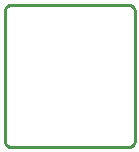
<source format=gbr>
G04 EAGLE Gerber RS-274X export*
G75*
%MOMM*%
%FSLAX34Y34*%
%LPD*%
%INPerfil*%
%IPPOS*%
%AMOC8*
5,1,8,0,0,1.08239X$1,22.5*%
G01*
%ADD10C,0.254000*%


D10*
X0Y5000D02*
X19Y4564D01*
X76Y4132D01*
X170Y3706D01*
X302Y3290D01*
X468Y2887D01*
X670Y2500D01*
X904Y2132D01*
X1170Y1786D01*
X1464Y1464D01*
X1786Y1170D01*
X2132Y904D01*
X2500Y670D01*
X2887Y468D01*
X3290Y302D01*
X3706Y170D01*
X4132Y76D01*
X4564Y19D01*
X5000Y0D01*
X105000Y0D01*
X105436Y19D01*
X105868Y76D01*
X106294Y170D01*
X106710Y302D01*
X107113Y468D01*
X107500Y670D01*
X107868Y904D01*
X108214Y1170D01*
X108536Y1464D01*
X108830Y1786D01*
X109096Y2132D01*
X109330Y2500D01*
X109532Y2887D01*
X109698Y3290D01*
X109830Y3706D01*
X109924Y4132D01*
X109981Y4564D01*
X110000Y5000D01*
X110000Y115000D01*
X109981Y115436D01*
X109924Y115868D01*
X109830Y116294D01*
X109698Y116710D01*
X109532Y117113D01*
X109330Y117500D01*
X109096Y117868D01*
X108830Y118214D01*
X108536Y118536D01*
X108214Y118830D01*
X107868Y119096D01*
X107500Y119330D01*
X107113Y119532D01*
X106710Y119698D01*
X106294Y119830D01*
X105868Y119924D01*
X105436Y119981D01*
X105000Y120000D01*
X5000Y120000D01*
X4564Y119981D01*
X4132Y119924D01*
X3706Y119830D01*
X3290Y119698D01*
X2887Y119532D01*
X2500Y119330D01*
X2132Y119096D01*
X1786Y118830D01*
X1464Y118536D01*
X1170Y118214D01*
X904Y117868D01*
X670Y117500D01*
X468Y117113D01*
X302Y116710D01*
X170Y116294D01*
X76Y115868D01*
X19Y115436D01*
X0Y115000D01*
X0Y5000D01*
M02*

</source>
